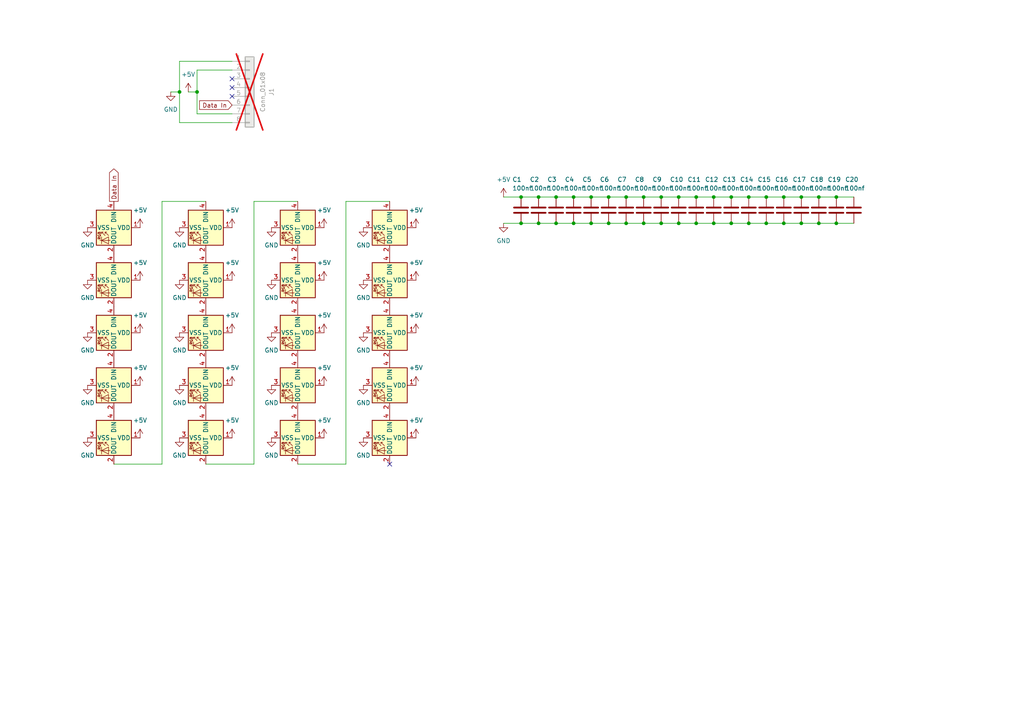
<source format=kicad_sch>
(kicad_sch (version 20230121) (generator eeschema)
  (paper "A4")
  (lib_symbols
    (symbol "Connector_Generic:Conn_01x08" (pin_names (offset 1.016) hide)
      (property "Reference" "J" (at 0 10.16 0))
      (property "Value" "Conn_01x08" (at 0 -12.7 0))
      (symbol "Conn_01x08_1_1"
        (rectangle (start -1.27 -10.033) (end 0 -10.287) (stroke (width 0.1524)))
        (rectangle (start -1.27 -7.493) (end 0 -7.747) (stroke (width 0.1524)))
        (rectangle (start -1.27 -4.953) (end 0 -5.207) (stroke (width 0.1524)))
        (rectangle (start -1.27 -2.413) (end 0 -2.667) (stroke (width 0.1524)))
        (rectangle (start -1.27 0.127) (end 0 -0.127) (stroke (width 0.1524)))
        (rectangle (start -1.27 2.667) (end 0 2.413) (stroke (width 0.1524)))
        (rectangle (start -1.27 5.207) (end 0 4.953) (stroke (width 0.1524)))
        (rectangle (start -1.27 7.747) (end 0 7.493) (stroke (width 0.1524)))
        (rectangle (start -1.27 8.89) (end 1.27 -11.43) (stroke (width 0.254)) (fill (type background)))
        (pin passive line (at -5.08 7.62 0) (length 3.81) (name "Pin_1") (number "1"))
        (pin passive line (at -5.08 5.08 0) (length 3.81) (name "Pin_2") (number "2"))
        (pin passive line (at -5.08 2.54 0) (length 3.81) (name "Pin_3") (number "3"))
        (pin passive line (at -5.08 0 0) (length 3.81) (name "Pin_4") (number "4"))
        (pin passive line (at -5.08 -2.54 0) (length 3.81) (name "Pin_5") (number "5"))
        (pin passive line (at -5.08 -5.08 0) (length 3.81) (name "Pin_6") (number "6"))
        (pin passive line (at -5.08 -7.62 0) (length 3.81) (name "Pin_7") (number "7"))
        (pin passive line (at -5.08 -10.16 0) (length 3.81) (name "Pin_8") (number "8"))
      )
    )
    (symbol "Device:C" (pin_numbers hide) (pin_names (offset 0.254))
      (property "Reference" "C" (at 0.635 2.54 0))
      (property "Value" "C" (at 0.635 -2.54 0))
      (symbol "C_0_1"
        (polyline (pts (xy -2.032 -0.762) (xy 2.032 -0.762)) (stroke (width 0.508)))
        (polyline (pts (xy -2.032 0.762) (xy 2.032 0.762)) (stroke (width 0.508)))
      )
      (symbol "C_1_1"
        (pin passive line (at 0 3.81 270) (length 2.794) (name "~") (number "1"))
        (pin passive line (at 0 -3.81 90) (length 2.794) (name "~") (number "2"))
      )
    )
    (symbol "LED:WS2812B" (pin_names (offset 0.254))
      (property "Reference" "D" (at 5.08 5.715 0))
      (property "Value" "WS2812B" (at 1.27 -5.715 0))
      (symbol "WS2812B_0_0"
        (text "RGB" (at 2.286 -4.191 0) (effects (font (size 0.762 0.762))))
      )
      (symbol "WS2812B_0_1"
        (polyline (pts (xy 1.27 -3.556) (xy 1.778 -3.556)))
        (polyline (pts (xy 1.27 -2.54) (xy 1.778 -2.54)))
        (polyline (pts (xy 4.699 -3.556) (xy 2.667 -3.556)))
        (polyline (pts (xy 2.286 -2.54) (xy 1.27 -3.556) (xy 1.27 -3.048)))
        (polyline (pts (xy 2.286 -1.524) (xy 1.27 -2.54) (xy 1.27 -2.032)))
        (polyline (pts (xy 3.683 -1.016) (xy 3.683 -3.556) (xy 3.683 -4.064)))
        (polyline (pts (xy 4.699 -1.524) (xy 2.667 -1.524) (xy 3.683 -3.556) (xy 4.699 -1.524)))
        (rectangle (start 5.08 5.08) (end -5.08 -5.08) (stroke (width 0.254)) (fill (type background)))
      )
      (symbol "WS2812B_1_1"
        (pin power_in line (at 0 7.62 270) (length 2.54) (name "VDD") (number "1"))
        (pin output line (at 7.62 0 180) (length 2.54) (name "DOUT") (number "2"))
        (pin power_in line (at 0 -7.62 90) (length 2.54) (name "VSS") (number "3"))
        (pin input line (at -7.62 0 0) (length 2.54) (name "DIN") (number "4"))
      )
    )
    (symbol "power:+5V" (power) (pin_names (offset 0))
      (property "Value" "+5V" (at 0 3.556 0))
      (symbol "+5V_0_1"
        (polyline (pts (xy -0.762 1.27) (xy 0 2.54)))
        (polyline (pts (xy 0 0) (xy 0 2.54)))
        (polyline (pts (xy 0 2.54) (xy 0.762 1.27)))
      )
      (symbol "+5V_1_1"
        (pin power_in line (at 0 0 90) (length 0) hide (name "+5V") (number "1"))
      )
    )
    (symbol "power:GND" (power) (pin_names (offset 0))
      (property "Value" "GND" (at 0 -3.81 0))
      (symbol "GND_0_1"
        (polyline (pts (xy 0 0) (xy 0 -1.27) (xy 1.27 -1.27) (xy 0 -2.54) (xy -1.27 -1.27) (xy 0 -1.27)))
      )
      (symbol "GND_1_1"
        (pin power_in line (at 0 0 270) (length 0) hide (name "GND") (number "1"))
      )
    )
  )
  (junction (at 212.09 64.77))
  (junction (at 191.77 64.77))
  (junction (at 196.85 57.15))
  (junction (at 207.01 64.77))
  (junction (at 181.61 57.15))
  (junction (at 176.53 57.15))
  (junction (at 186.69 57.15))
  (junction (at 186.69 64.77))
  (junction (at 222.25 57.15))
  (junction (at 227.33 57.15))
  (junction (at 161.29 57.15))
  (junction (at 161.29 64.77))
  (junction (at 151.13 57.15))
  (junction (at 166.37 57.15))
  (junction (at 57.15 26.67))
  (junction (at 171.45 57.15))
  (junction (at 212.09 57.15))
  (junction (at 237.49 64.77))
  (junction (at 156.21 57.15))
  (junction (at 201.93 64.77))
  (junction (at 196.85 64.77))
  (junction (at 242.57 64.77))
  (junction (at 171.45 64.77))
  (junction (at 242.57 57.15))
  (junction (at 191.77 57.15))
  (junction (at 207.01 57.15))
  (junction (at 217.17 64.77))
  (junction (at 52.07 26.67))
  (junction (at 217.17 57.15))
  (junction (at 181.61 64.77))
  (junction (at 232.41 57.15))
  (junction (at 232.41 64.77))
  (junction (at 156.21 64.77))
  (junction (at 166.37 64.77))
  (junction (at 201.93 57.15))
  (junction (at 176.53 64.77))
  (junction (at 151.13 64.77))
  (junction (at 222.25 64.77))
  (junction (at 227.33 64.77))
  (junction (at 237.49 57.15))
  (no_connect (at 67.31 22.86))
  (no_connect (at 67.31 25.4))
  (no_connect (at 67.31 27.94))
  (no_connect (at 113.03 134.62))
  (wire (pts (xy 171.45 57.15) (xy 176.53 57.15)))
  (wire (pts (xy 201.93 64.77) (xy 207.01 64.77)))
  (wire (pts (xy 171.45 64.77) (xy 176.53 64.77)))
  (wire (pts (xy 33.02 134.62) (xy 46.99 134.62)))
  (wire (pts (xy 86.36 134.62) (xy 100.33 134.62)))
  (wire (pts (xy 191.77 57.15) (xy 196.85 57.15)))
  (wire (pts (xy 207.01 57.15) (xy 212.09 57.15)))
  (wire (pts (xy 176.53 57.15) (xy 181.61 57.15)))
  (wire (pts (xy 166.37 64.77) (xy 171.45 64.77)))
  (wire (pts (xy 73.66 58.42) (xy 86.36 58.42)))
  (wire (pts (xy 100.33 134.62) (xy 100.33 58.42)))
  (wire (pts (xy 186.69 64.77) (xy 191.77 64.77)))
  (wire (pts (xy 201.93 57.15) (xy 207.01 57.15)))
  (wire (pts (xy 227.33 57.15) (xy 232.41 57.15)))
  (wire (pts (xy 181.61 64.77) (xy 186.69 64.77)))
  (wire (pts (xy 52.07 17.78) (xy 52.07 26.67)))
  (wire (pts (xy 156.21 64.77) (xy 161.29 64.77)))
  (wire (pts (xy 181.61 57.15) (xy 186.69 57.15)))
  (wire (pts (xy 73.66 134.62) (xy 73.66 58.42)))
  (wire (pts (xy 232.41 64.77) (xy 237.49 64.77)))
  (wire (pts (xy 232.41 57.15) (xy 237.49 57.15)))
  (wire (pts (xy 191.77 64.77) (xy 196.85 64.77)))
  (wire (pts (xy 227.33 64.77) (xy 232.41 64.77)))
  (wire (pts (xy 46.99 134.62) (xy 46.99 58.42)))
  (wire (pts (xy 222.25 57.15) (xy 227.33 57.15)))
  (wire (pts (xy 176.53 64.77) (xy 181.61 64.77)))
  (wire (pts (xy 57.15 26.67) (xy 54.61 26.67)))
  (wire (pts (xy 151.13 64.77) (xy 156.21 64.77)))
  (wire (pts (xy 196.85 64.77) (xy 201.93 64.77)))
  (wire (pts (xy 146.05 64.77) (xy 151.13 64.77)))
  (wire (pts (xy 100.33 58.42) (xy 113.03 58.42)))
  (wire (pts (xy 237.49 64.77) (xy 242.57 64.77)))
  (wire (pts (xy 52.07 35.56) (xy 52.07 26.67)))
  (wire (pts (xy 212.09 57.15) (xy 217.17 57.15)))
  (wire (pts (xy 59.69 134.62) (xy 73.66 134.62)))
  (wire (pts (xy 156.21 57.15) (xy 161.29 57.15)))
  (wire (pts (xy 67.31 20.32) (xy 57.15 20.32)))
  (wire (pts (xy 57.15 20.32) (xy 57.15 26.67)))
  (wire (pts (xy 217.17 64.77) (xy 222.25 64.77)))
  (wire (pts (xy 67.31 17.78) (xy 52.07 17.78)))
  (wire (pts (xy 242.57 57.15) (xy 247.65 57.15)))
  (wire (pts (xy 161.29 57.15) (xy 166.37 57.15)))
  (wire (pts (xy 186.69 57.15) (xy 191.77 57.15)))
  (wire (pts (xy 217.17 57.15) (xy 222.25 57.15)))
  (wire (pts (xy 237.49 57.15) (xy 242.57 57.15)))
  (wire (pts (xy 222.25 64.77) (xy 227.33 64.77)))
  (wire (pts (xy 67.31 35.56) (xy 52.07 35.56)))
  (wire (pts (xy 57.15 33.02) (xy 57.15 26.67)))
  (wire (pts (xy 146.05 57.15) (xy 151.13 57.15)))
  (wire (pts (xy 196.85 57.15) (xy 201.93 57.15)))
  (wire (pts (xy 212.09 64.77) (xy 217.17 64.77)))
  (wire (pts (xy 67.31 33.02) (xy 57.15 33.02)))
  (wire (pts (xy 46.99 58.42) (xy 59.69 58.42)))
  (wire (pts (xy 161.29 64.77) (xy 166.37 64.77)))
  (wire (pts (xy 52.07 26.67) (xy 49.53 26.67)))
  (wire (pts (xy 207.01 64.77) (xy 212.09 64.77)))
  (wire (pts (xy 166.37 57.15) (xy 171.45 57.15)))
  (wire (pts (xy 242.57 64.77) (xy 247.65 64.77)))
  (wire (pts (xy 151.13 57.15) (xy 156.21 57.15)))
  (global_label "Data In" (shape output) (at 33.02 58.42 90) (property "Intersheetrefs" "${INTERSHEET_REFS}" (effects hide)))
  (global_label "Data In" (shape input) (at 67.31 30.48 180) (property "Intersheetrefs" "${INTERSHEET_REFS}" (effects hide)))
  (symbol (lib_id "power:GND") (at 105.41 96.52 0) (unit 1)
    (property "Reference" "#PWR035" (effects hide))
    (property "Value" "GND" (at 105.41 101.6 0))
  )
  (symbol (lib_id "power:+5V") (at 120.65 96.52 0) (unit 1)
    (property "Reference" "#PWR040" (effects hide))
    (property "Value" "+5V" (at 120.65 91.44 0))
  )
  (symbol (lib_id "power:+5V") (at 93.98 111.76 0) (unit 1)
    (property "Reference" "#PWR031" (effects hide))
    (property "Value" "+5V" (at 93.98 106.68 0))
  )
  (symbol (lib_id "power:+5V") (at 93.98 96.52 0) (unit 1)
    (property "Reference" "#PWR030" (effects hide))
    (property "Value" "+5V" (at 93.98 91.44 0))
  )
  (symbol (lib_id "power:+5V") (at 40.64 81.28 0) (unit 1)
    (property "Reference" "#PWR06" (effects hide))
    (property "Value" "+5V" (at 40.64 76.2 0))
  )
  (symbol (lib_id "LED:WS2812B") (at 113.03 96.52 270) (unit 1)
    (property "Reference" "D18" (effects hide))
    (property "Value" "WS2812B" (effects hide))
    (property "Footprint" "LED_SMD:LED_WS2812B_PLCC4_5.0x5.0mm_P3.2mm" (effects hide))
    (property "Datasheet" "https://cdn-shop.adafruit.com/datasheets/WS2812B.pdf" (effects hide))
    (property "LCSC" "C2843785" (effects hide))
  )
  (symbol (lib_id "power:+5V") (at 40.64 66.04 0) (unit 1)
    (property "Reference" "#PWR04" (effects hide))
    (property "Value" "+5V" (at 40.64 60.96 0))
  )
  (symbol (lib_id "power:GND") (at 78.74 127 0) (unit 1)
    (property "Reference" "#PWR027" (effects hide))
    (property "Value" "GND" (at 78.74 132.08 0))
  )
  (symbol (lib_id "power:GND") (at 52.07 81.28 0) (unit 1)
    (property "Reference" "#PWR014" (effects hide))
    (property "Value" "GND" (at 52.07 86.36 0))
  )
  (symbol (lib_id "power:GND") (at 78.74 81.28 0) (unit 1)
    (property "Reference" "#PWR024" (effects hide))
    (property "Value" "GND" (at 78.74 86.36 0))
  )
  (symbol (lib_id "power:GND") (at 105.41 111.76 0) (unit 1)
    (property "Reference" "#PWR036" (effects hide))
    (property "Value" "GND" (at 105.41 116.84 0))
  )
  (symbol (lib_id "Device:C") (at 247.65 60.96 0) (unit 1)
    (property "Reference" "C20" (at 245.11 52.07 0) (effects (justify left)))
    (property "Value" "100nf" (at 245.11 54.61 0) (effects (justify left)))
    (property "Footprint" "Capacitor_SMD:C_0402_1005Metric" (effects hide))
    (property "LCSC" "C1525" (effects hide))
  )
  (symbol (lib_id "power:+5V") (at 67.31 66.04 0) (unit 1)
    (property "Reference" "#PWR018" (effects hide))
    (property "Value" "+5V" (at 67.31 60.96 0))
  )
  (symbol (lib_id "LED:WS2812B") (at 59.69 127 270) (unit 1)
    (property "Reference" "D10" (effects hide))
    (property "Value" "WS2812B" (effects hide))
    (property "Footprint" "LED_SMD:LED_WS2812B_PLCC4_5.0x5.0mm_P3.2mm" (effects hide))
    (property "Datasheet" "https://cdn-shop.adafruit.com/datasheets/WS2812B.pdf" (effects hide))
    (property "LCSC" "C2843785" (effects hide))
  )
  (symbol (lib_id "power:GND") (at 25.4 96.52 0) (unit 1)
    (property "Reference" "#PWR07" (effects hide))
    (property "Value" "GND" (at 25.4 101.6 0))
  )
  (symbol (lib_id "power:GND") (at 105.41 66.04 0) (unit 1)
    (property "Reference" "#PWR033" (effects hide))
    (property "Value" "GND" (at 105.41 71.12 0))
  )
  (symbol (lib_id "Device:C") (at 217.17 60.96 0) (unit 1)
    (property "Reference" "C14" (at 214.63 52.07 0) (effects (justify left)))
    (property "Value" "100nf" (at 214.63 54.61 0) (effects (justify left)))
    (property "Footprint" "Capacitor_SMD:C_0402_1005Metric" (effects hide))
    (property "LCSC" "C1525" (effects hide))
  )
  (symbol (lib_id "Device:C") (at 232.41 60.96 0) (unit 1)
    (property "Reference" "C17" (at 229.87 52.07 0) (effects (justify left)))
    (property "Value" "100nf" (at 229.87 54.61 0) (effects (justify left)))
    (property "Footprint" "Capacitor_SMD:C_0402_1005Metric" (effects hide))
    (property "LCSC" "C1525" (effects hide))
  )
  (symbol (lib_id "power:+5V") (at 93.98 127 0) (unit 1)
    (property "Reference" "#PWR032" (effects hide))
    (property "Value" "+5V" (at 93.98 121.92 0))
  )
  (symbol (lib_id "Device:C") (at 171.45 60.96 0) (unit 1)
    (property "Reference" "C5" (at 168.91 52.07 0) (effects (justify left)))
    (property "Value" "100nf" (at 168.91 54.61 0) (effects (justify left)))
    (property "Footprint" "Capacitor_SMD:C_0402_1005Metric" (effects hide))
    (property "LCSC" "C1525" (effects hide))
  )
  (symbol (lib_id "LED:WS2812B") (at 59.69 81.28 270) (unit 1)
    (property "Reference" "D7" (effects hide))
    (property "Value" "WS2812B" (effects hide))
    (property "Footprint" "LED_SMD:LED_WS2812B_PLCC4_5.0x5.0mm_P3.2mm" (effects hide))
    (property "Datasheet" "https://cdn-shop.adafruit.com/datasheets/WS2812B.pdf" (effects hide))
    (property "LCSC" "C2843785" (effects hide))
  )
  (symbol (lib_id "power:GND") (at 49.53 26.67 0) (unit 1)
    (property "Reference" "#PWR01" (effects hide))
    (property "Value" "GND" (at 49.53 31.75 0))
  )
  (symbol (lib_id "power:+5V") (at 54.61 26.67 0) (unit 1)
    (property "Reference" "#PWR02" (effects hide))
    (property "Value" "+5V" (at 54.61 21.59 0))
  )
  (symbol (lib_id "LED:WS2812B") (at 33.02 96.52 270) (unit 1)
    (property "Reference" "D3" (effects hide))
    (property "Value" "WS2812B" (effects hide))
    (property "Footprint" "LED_SMD:LED_WS2812B_PLCC4_5.0x5.0mm_P3.2mm" (effects hide))
    (property "Datasheet" "https://cdn-shop.adafruit.com/datasheets/WS2812B.pdf" (effects hide))
    (property "LCSC" "C2843785" (effects hide))
  )
  (symbol (lib_id "Device:C") (at 176.53 60.96 0) (unit 1)
    (property "Reference" "C6" (at 173.99 52.07 0) (effects (justify left)))
    (property "Value" "100nf" (at 173.99 54.61 0) (effects (justify left)))
    (property "Footprint" "Capacitor_SMD:C_0402_1005Metric" (effects hide))
    (property "LCSC" "C1525" (effects hide))
  )
  (symbol (lib_id "power:+5V") (at 120.65 127 0) (unit 1)
    (property "Reference" "#PWR042" (effects hide))
    (property "Value" "+5V" (at 120.65 121.92 0))
  )
  (symbol (lib_id "LED:WS2812B") (at 59.69 111.76 270) (unit 1)
    (property "Reference" "D9" (effects hide))
    (property "Value" "WS2812B" (effects hide))
    (property "Footprint" "LED_SMD:LED_WS2812B_PLCC4_5.0x5.0mm_P3.2mm" (effects hide))
    (property "Datasheet" "https://cdn-shop.adafruit.com/datasheets/WS2812B.pdf" (effects hide))
    (property "LCSC" "C2843785" (effects hide))
  )
  (symbol (lib_id "power:GND") (at 25.4 81.28 0) (unit 1)
    (property "Reference" "#PWR05" (effects hide))
    (property "Value" "GND" (at 25.4 86.36 0))
  )
  (symbol (lib_id "power:+5V") (at 120.65 111.76 0) (unit 1)
    (property "Reference" "#PWR041" (effects hide))
    (property "Value" "+5V" (at 120.65 106.68 0))
  )
  (symbol (lib_id "Connector_Generic:Conn_01x08") (at 72.39 25.4 0) (unit 1) (in_bom no) (dnp yes)
    (property "Reference" "J1" (at 78.74 26.67 90))
    (property "Value" "Conn_01x08" (at 76.2 26.67 90))
    (property "Footprint" "Library:FPC_01x08_conn" (effects hide))
  )
  (symbol (lib_id "LED:WS2812B") (at 33.02 66.04 270) (unit 1)
    (property "Reference" "D1" (effects hide))
    (property "Value" "WS2812B" (effects hide))
    (property "Footprint" "LED_SMD:LED_WS2812B_PLCC4_5.0x5.0mm_P3.2mm" (effects hide))
    (property "Datasheet" "https://cdn-shop.adafruit.com/datasheets/WS2812B.pdf" (effects hide))
    (property "LCSC" "C2843785" (effects hide))
  )
  (symbol (lib_id "Device:C") (at 212.09 60.96 0) (unit 1)
    (property "Reference" "C13" (at 209.55 52.07 0) (effects (justify left)))
    (property "Value" "100nf" (at 209.55 54.61 0) (effects (justify left)))
    (property "Footprint" "Capacitor_SMD:C_0402_1005Metric" (effects hide))
    (property "LCSC" "C1525" (effects hide))
  )
  (symbol (lib_id "Device:C") (at 161.29 60.96 0) (unit 1)
    (property "Reference" "C3" (at 158.75 52.07 0) (effects (justify left)))
    (property "Value" "100nf" (at 158.75 54.61 0) (effects (justify left)))
    (property "Footprint" "Capacitor_SMD:C_0402_1005Metric" (effects hide))
    (property "LCSC" "C1525" (effects hide))
  )
  (symbol (lib_id "power:+5V") (at 40.64 96.52 0) (unit 1)
    (property "Reference" "#PWR08" (effects hide))
    (property "Value" "+5V" (at 40.64 91.44 0))
  )
  (symbol (lib_id "power:+5V") (at 120.65 81.28 0) (unit 1)
    (property "Reference" "#PWR039" (effects hide))
    (property "Value" "+5V" (at 120.65 76.2 0))
  )
  (symbol (lib_id "Device:C") (at 207.01 60.96 0) (unit 1)
    (property "Reference" "C12" (at 204.47 52.07 0) (effects (justify left)))
    (property "Value" "100nf" (at 204.47 54.61 0) (effects (justify left)))
    (property "Footprint" "Capacitor_SMD:C_0402_1005Metric" (effects hide))
    (property "LCSC" "C1525" (effects hide))
  )
  (symbol (lib_id "Device:C") (at 237.49 60.96 0) (unit 1)
    (property "Reference" "C18" (at 234.95 52.07 0) (effects (justify left)))
    (property "Value" "100nf" (at 234.95 54.61 0) (effects (justify left)))
    (property "Footprint" "Capacitor_SMD:C_0402_1005Metric" (effects hide))
    (property "LCSC" "C1525" (effects hide))
  )
  (symbol (lib_id "Device:C") (at 201.93 60.96 0) (unit 1)
    (property "Reference" "C11" (at 199.39 52.07 0) (effects (justify left)))
    (property "Value" "100nf" (at 199.39 54.61 0) (effects (justify left)))
    (property "Footprint" "Capacitor_SMD:C_0402_1005Metric" (effects hide))
    (property "LCSC" "C1525" (effects hide))
  )
  (symbol (lib_id "LED:WS2812B") (at 86.36 127 270) (unit 1)
    (property "Reference" "D15" (effects hide))
    (property "Value" "WS2812B" (effects hide))
    (property "Footprint" "LED_SMD:LED_WS2812B_PLCC4_5.0x5.0mm_P3.2mm" (effects hide))
    (property "Datasheet" "https://cdn-shop.adafruit.com/datasheets/WS2812B.pdf" (effects hide))
    (property "LCSC" "C2843785" (effects hide))
  )
  (symbol (lib_id "Device:C") (at 191.77 60.96 0) (unit 1)
    (property "Reference" "C9" (at 189.23 52.07 0) (effects (justify left)))
    (property "Value" "100nf" (at 189.23 54.61 0) (effects (justify left)))
    (property "Footprint" "Capacitor_SMD:C_0402_1005Metric" (effects hide))
    (property "LCSC" "C1525" (effects hide))
  )
  (symbol (lib_id "LED:WS2812B") (at 113.03 81.28 270) (unit 1)
    (property "Reference" "D17" (effects hide))
    (property "Value" "WS2812B" (effects hide))
    (property "Footprint" "LED_SMD:LED_WS2812B_PLCC4_5.0x5.0mm_P3.2mm" (effects hide))
    (property "Datasheet" "https://cdn-shop.adafruit.com/datasheets/WS2812B.pdf" (effects hide))
    (property "LCSC" "C2843785" (effects hide))
  )
  (symbol (lib_id "LED:WS2812B") (at 86.36 81.28 270) (unit 1)
    (property "Reference" "D12" (effects hide))
    (property "Value" "WS2812B" (effects hide))
    (property "Footprint" "LED_SMD:LED_WS2812B_PLCC4_5.0x5.0mm_P3.2mm" (effects hide))
    (property "Datasheet" "https://cdn-shop.adafruit.com/datasheets/WS2812B.pdf" (effects hide))
    (property "LCSC" "C2843785" (effects hide))
  )
  (symbol (lib_id "Device:C") (at 227.33 60.96 0) (unit 1)
    (property "Reference" "C16" (at 224.79 52.07 0) (effects (justify left)))
    (property "Value" "100nf" (at 224.79 54.61 0) (effects (justify left)))
    (property "Footprint" "Capacitor_SMD:C_0402_1005Metric" (effects hide))
    (property "LCSC" "C1525" (effects hide))
  )
  (symbol (lib_id "LED:WS2812B") (at 59.69 66.04 270) (unit 1)
    (property "Reference" "D6" (effects hide))
    (property "Value" "WS2812B" (effects hide))
    (property "Footprint" "LED_SMD:LED_WS2812B_PLCC4_5.0x5.0mm_P3.2mm" (effects hide))
    (property "Datasheet" "https://cdn-shop.adafruit.com/datasheets/WS2812B.pdf" (effects hide))
    (property "LCSC" "C2843785" (effects hide))
  )
  (symbol (lib_id "power:+5V") (at 93.98 81.28 0) (unit 1)
    (property "Reference" "#PWR029" (effects hide))
    (property "Value" "+5V" (at 93.98 76.2 0))
  )
  (symbol (lib_id "power:GND") (at 52.07 111.76 0) (unit 1)
    (property "Reference" "#PWR016" (effects hide))
    (property "Value" "GND" (at 52.07 116.84 0))
  )
  (symbol (lib_id "LED:WS2812B") (at 113.03 111.76 270) (unit 1)
    (property "Reference" "D19" (effects hide))
    (property "Value" "WS2812B" (effects hide))
    (property "Footprint" "LED_SMD:LED_WS2812B_PLCC4_5.0x5.0mm_P3.2mm" (effects hide))
    (property "Datasheet" "https://cdn-shop.adafruit.com/datasheets/WS2812B.pdf" (effects hide))
    (property "LCSC" "C2843785" (effects hide))
  )
  (symbol (lib_id "power:GND") (at 25.4 127 0) (unit 1)
    (property "Reference" "#PWR011" (effects hide))
    (property "Value" "GND" (at 25.4 132.08 0))
  )
  (symbol (lib_id "power:+5V") (at 40.64 127 0) (unit 1)
    (property "Reference" "#PWR012" (effects hide))
    (property "Value" "+5V" (at 40.64 121.92 0))
  )
  (symbol (lib_id "Device:C") (at 222.25 60.96 0) (unit 1)
    (property "Reference" "C15" (at 219.71 52.07 0) (effects (justify left)))
    (property "Value" "100nf" (at 219.71 54.61 0) (effects (justify left)))
    (property "Footprint" "Capacitor_SMD:C_0402_1005Metric" (effects hide))
    (property "LCSC" "C1525" (effects hide))
  )
  (symbol (lib_id "power:+5V") (at 93.98 66.04 0) (unit 1)
    (property "Reference" "#PWR028" (effects hide))
    (property "Value" "+5V" (at 93.98 60.96 0))
  )
  (symbol (lib_id "Device:C") (at 186.69 60.96 0) (unit 1)
    (property "Reference" "C8" (at 184.15 52.07 0) (effects (justify left)))
    (property "Value" "100nf" (at 184.15 54.61 0) (effects (justify left)))
    (property "Footprint" "Capacitor_SMD:C_0402_1005Metric" (effects hide))
    (property "LCSC" "C1525" (effects hide))
  )
  (symbol (lib_id "power:GND") (at 78.74 66.04 0) (unit 1)
    (property "Reference" "#PWR023" (effects hide))
    (property "Value" "GND" (at 78.74 71.12 0))
  )
  (symbol (lib_id "Device:C") (at 242.57 60.96 0) (unit 1)
    (property "Reference" "C19" (at 240.03 52.07 0) (effects (justify left)))
    (property "Value" "100nf" (at 240.03 54.61 0) (effects (justify left)))
    (property "Footprint" "Capacitor_SMD:C_0402_1005Metric" (effects hide))
    (property "LCSC" "C1525" (effects hide))
  )
  (symbol (lib_id "power:GND") (at 105.41 127 0) (unit 1)
    (property "Reference" "#PWR037" (effects hide))
    (property "Value" "GND" (at 105.41 132.08 0))
  )
  (symbol (lib_id "power:+5V") (at 67.31 96.52 0) (unit 1)
    (property "Reference" "#PWR020" (effects hide))
    (property "Value" "+5V" (at 67.31 91.44 0))
  )
  (symbol (lib_id "LED:WS2812B") (at 33.02 111.76 270) (unit 1)
    (property "Reference" "D4" (effects hide))
    (property "Value" "WS2812B" (effects hide))
    (property "Footprint" "LED_SMD:LED_WS2812B_PLCC4_5.0x5.0mm_P3.2mm" (effects hide))
    (property "Datasheet" "https://cdn-shop.adafruit.com/datasheets/WS2812B.pdf" (effects hide))
    (property "LCSC" "C2843785" (effects hide))
  )
  (symbol (lib_id "power:+5V") (at 40.64 111.76 0) (unit 1)
    (property "Reference" "#PWR010" (effects hide))
    (property "Value" "+5V" (at 40.64 106.68 0))
  )
  (symbol (lib_id "LED:WS2812B") (at 33.02 81.28 270) (unit 1)
    (property "Reference" "D2" (effects hide))
    (property "Value" "WS2812B" (effects hide))
    (property "Footprint" "LED_SMD:LED_WS2812B_PLCC4_5.0x5.0mm_P3.2mm" (effects hide))
    (property "Datasheet" "https://cdn-shop.adafruit.com/datasheets/WS2812B.pdf" (effects hide))
    (property "LCSC" "C2843785" (effects hide))
  )
  (symbol (lib_id "Device:C") (at 156.21 60.96 0) (unit 1)
    (property "Reference" "C2" (at 153.67 52.07 0) (effects (justify left)))
    (property "Value" "100nf" (at 153.67 54.61 0) (effects (justify left)))
    (property "Footprint" "Capacitor_SMD:C_0402_1005Metric" (effects hide))
    (property "LCSC" "C1525" (effects hide))
  )
  (symbol (lib_id "Device:C") (at 181.61 60.96 0) (unit 1)
    (property "Reference" "C7" (at 179.07 52.07 0) (effects (justify left)))
    (property "Value" "100nf" (at 179.07 54.61 0) (effects (justify left)))
    (property "Footprint" "Capacitor_SMD:C_0402_1005Metric" (effects hide))
    (property "LCSC" "C1525" (effects hide))
  )
  (symbol (lib_id "power:GND") (at 78.74 96.52 0) (unit 1)
    (property "Reference" "#PWR025" (effects hide))
    (property "Value" "GND" (at 78.74 101.6 0))
  )
  (symbol (lib_id "power:GND") (at 25.4 66.04 0) (unit 1)
    (property "Reference" "#PWR03" (effects hide))
    (property "Value" "GND" (at 25.4 71.12 0))
  )
  (symbol (lib_id "power:GND") (at 52.07 127 0) (unit 1)
    (property "Reference" "#PWR017" (effects hide))
    (property "Value" "GND" (at 52.07 132.08 0))
  )
  (symbol (lib_id "power:GND") (at 25.4 111.76 0) (unit 1)
    (property "Reference" "#PWR09" (effects hide))
    (property "Value" "GND" (at 25.4 116.84 0))
  )
  (symbol (lib_id "power:+5V") (at 146.05 57.15 0) (unit 1)
    (property "Reference" "#PWR043" (effects hide))
    (property "Value" "+5V" (at 146.05 52.07 0))
  )
  (symbol (lib_id "power:GND") (at 105.41 81.28 0) (unit 1)
    (property "Reference" "#PWR034" (effects hide))
    (property "Value" "GND" (at 105.41 86.36 0))
  )
  (symbol (lib_id "power:GND") (at 52.07 66.04 0) (unit 1)
    (property "Reference" "#PWR013" (effects hide))
    (property "Value" "GND" (at 52.07 71.12 0))
  )
  (symbol (lib_id "Device:C") (at 196.85 60.96 0) (unit 1)
    (property "Reference" "C10" (at 194.31 52.07 0) (effects (justify left)))
    (property "Value" "100nf" (at 194.31 54.61 0) (effects (justify left)))
    (property "Footprint" "Capacitor_SMD:C_0402_1005Metric" (effects hide))
    (property "LCSC" "C1525" (effects hide))
  )
  (symbol (lib_id "Device:C") (at 151.13 60.96 0) (unit 1)
    (property "Reference" "C1" (at 148.59 52.07 0) (effects (justify left)))
    (property "Value" "100nf" (at 148.59 54.61 0) (effects (justify left)))
    (property "Footprint" "Capacitor_SMD:C_0402_1005Metric" (effects hide))
    (property "LCSC" "C1525" (effects hide))
  )
  (symbol (lib_id "power:GND") (at 78.74 111.76 0) (unit 1)
    (property "Reference" "#PWR026" (effects hide))
    (property "Value" "GND" (at 78.74 116.84 0))
  )
  (symbol (lib_id "LED:WS2812B") (at 86.36 66.04 270) (unit 1)
    (property "Reference" "D11" (effects hide))
    (property "Value" "WS2812B" (effects hide))
    (property "Footprint" "LED_SMD:LED_WS2812B_PLCC4_5.0x5.0mm_P3.2mm" (effects hide))
    (property "Datasheet" "https://cdn-shop.adafruit.com/datasheets/WS2812B.pdf" (effects hide))
    (property "LCSC" "C2843785" (effects hide))
  )
  (symbol (lib_id "power:GND") (at 52.07 96.52 0) (unit 1)
    (property "Reference" "#PWR015" (effects hide))
    (property "Value" "GND" (at 52.07 101.6 0))
  )
  (symbol (lib_id "LED:WS2812B") (at 59.69 96.52 270) (unit 1)
    (property "Reference" "D8" (effects hide))
    (property "Value" "WS2812B" (effects hide))
    (property "Footprint" "LED_SMD:LED_WS2812B_PLCC4_5.0x5.0mm_P3.2mm" (effects hide))
    (property "Datasheet" "https://cdn-shop.adafruit.com/datasheets/WS2812B.pdf" (effects hide))
    (property "LCSC" "C2843785" (effects hide))
  )
  (symbol (lib_id "power:+5V") (at 120.65 66.04 0) (unit 1)
    (property "Reference" "#PWR038" (effects hide))
    (property "Value" "+5V" (at 120.65 60.96 0))
  )
  (symbol (lib_id "power:GND") (at 146.05 64.77 0) (unit 1)
    (property "Reference" "#PWR044" (effects hide))
    (property "Value" "GND" (at 146.05 69.85 0))
  )
  (symbol (lib_id "LED:WS2812B") (at 33.02 127 270) (unit 1)
    (property "Reference" "D5" (effects hide))
    (property "Value" "WS2812B" (effects hide))
    (property "Footprint" "LED_SMD:LED_WS2812B_PLCC4_5.0x5.0mm_P3.2mm" (effects hide))
    (property "Datasheet" "https://cdn-shop.adafruit.com/datasheets/WS2812B.pdf" (effects hide))
    (property "LCSC" "C2843785" (effects hide))
  )
  (symbol (lib_id "LED:WS2812B") (at 113.03 66.04 270) (unit 1)
    (property "Reference" "D16" (effects hide))
    (property "Value" "WS2812B" (effects hide))
    (property "Footprint" "LED_SMD:LED_WS2812B_PLCC4_5.0x5.0mm_P3.2mm" (effects hide))
    (property "Datasheet" "https://cdn-shop.adafruit.com/datasheets/WS2812B.pdf" (effects hide))
    (property "LCSC" "C2843785" (effects hide))
  )
  (symbol (lib_id "LED:WS2812B") (at 86.36 111.76 270) (unit 1)
    (property "Reference" "D14" (effects hide))
    (property "Value" "WS2812B" (effects hide))
    (property "Footprint" "LED_SMD:LED_WS2812B_PLCC4_5.0x5.0mm_P3.2mm" (effects hide))
    (property "Datasheet" "https://cdn-shop.adafruit.com/datasheets/WS2812B.pdf" (effects hide))
    (property "LCSC" "C2843785" (effects hide))
  )
  (symbol (lib_id "LED:WS2812B") (at 86.36 96.52 270) (unit 1)
    (property "Reference" "D13" (effects hide))
    (property "Value" "WS2812B" (effects hide))
    (property "Footprint" "LED_SMD:LED_WS2812B_PLCC4_5.0x5.0mm_P3.2mm" (effects hide))
    (property "Datasheet" "https://cdn-shop.adafruit.com/datasheets/WS2812B.pdf" (effects hide))
    (property "LCSC" "C2843785" (effects hide))
  )
  (symbol (lib_id "LED:WS2812B") (at 113.03 127 270) (unit 1)
    (property "Reference" "D20" (effects hide))
    (property "Value" "WS2812B" (effects hide))
    (property "Footprint" "LED_SMD:LED_WS2812B_PLCC4_5.0x5.0mm_P3.2mm" (effects hide))
    (property "Datasheet" "https://cdn-shop.adafruit.com/datasheets/WS2812B.pdf" (effects hide))
    (property "LCSC" "C2843785" (effects hide))
  )
  (symbol (lib_id "power:+5V") (at 67.31 81.28 0) (unit 1)
    (property "Reference" "#PWR019" (effects hide))
    (property "Value" "+5V" (at 67.31 76.2 0))
  )
  (symbol (lib_id "power:+5V") (at 67.31 111.76 0) (unit 1)
    (property "Reference" "#PWR021" (effects hide))
    (property "Value" "+5V" (at 67.31 106.68 0))
  )
  (symbol (lib_id "power:+5V") (at 67.31 127 0) (unit 1)
    (property "Reference" "#PWR022" (effects hide))
    (property "Value" "+5V" (at 67.31 121.92 0))
  )
  (symbol (lib_id "Device:C") (at 166.37 60.96 0) (unit 1)
    (property "Reference" "C4" (at 163.83 52.07 0) (effects (justify left)))
    (property "Value" "100nf" (at 163.83 54.61 0) (effects (justify left)))
    (property "Footprint" "Capacitor_SMD:C_0402_1005Metric" (effects hide))
    (property "LCSC" "C1525" (effects hide))
  )
)
</source>
